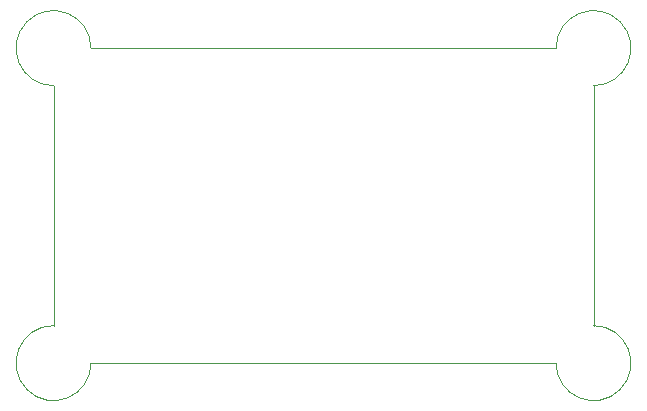
<source format=gm1>
%TF.GenerationSoftware,KiCad,Pcbnew,9.0.0*%
%TF.CreationDate,2025-03-11T16:24:46+11:00*%
%TF.ProjectId,MCU Datalogger,4d435520-4461-4746-916c-6f676765722e,1*%
%TF.SameCoordinates,Original*%
%TF.FileFunction,Profile,NP*%
%FSLAX46Y46*%
G04 Gerber Fmt 4.6, Leading zero omitted, Abs format (unit mm)*
G04 Created by KiCad (PCBNEW 9.0.0) date 2025-03-11 16:24:46*
%MOMM*%
%LPD*%
G01*
G04 APERTURE LIST*
%TA.AperFunction,Profile*%
%ADD10C,0.100000*%
%TD*%
G04 APERTURE END LIST*
D10*
X165735000Y-70485000D02*
X165735000Y-90805000D01*
X120015000Y-90805000D02*
X120015000Y-70485000D01*
X162560000Y-67310000D02*
G75*
G02*
X165735000Y-70485000I3175000J0D01*
G01*
X162560000Y-93980000D02*
X123190000Y-93980000D01*
X123190000Y-93980000D02*
G75*
G02*
X120015000Y-90805000I-3175000J0D01*
G01*
X165735000Y-90805000D02*
G75*
G02*
X162560000Y-93980000I0J-3175000D01*
G01*
X120015000Y-70485000D02*
G75*
G02*
X123190000Y-67310000I0J3175000D01*
G01*
X123190000Y-67310000D02*
X162560000Y-67310000D01*
M02*

</source>
